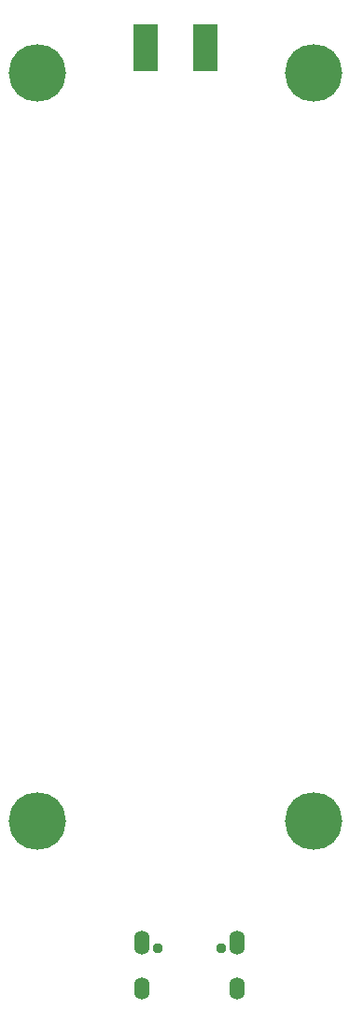
<source format=gbs>
G04*
G04 #@! TF.GenerationSoftware,Altium Limited,Altium Designer,18.1.9 (240)*
G04*
G04 Layer_Color=16711935*
%FSLAX25Y25*%
%MOIN*%
G70*
G01*
G75*
%ADD50R,0.08674X0.16548*%
%ADD65O,0.05524X0.08674*%
%ADD66O,0.05524X0.07887*%
%ADD67C,0.03753*%
%ADD68C,0.20485*%
D50*
X92040Y345800D02*
D03*
X113300D02*
D03*
D65*
X90693Y26925D02*
D03*
X124708Y26925D02*
D03*
D66*
X124708Y10468D02*
D03*
X90692Y10469D02*
D03*
D67*
X119078Y24838D02*
D03*
X96322D02*
D03*
D68*
X152000Y70000D02*
D03*
X53300D02*
D03*
X152000Y336700D02*
D03*
X53300D02*
D03*
M02*

</source>
